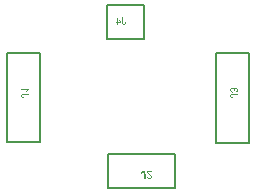
<source format=gbr>
%TF.GenerationSoftware,Altium Limited,Altium Designer,21.8.1 (53)*%
G04 Layer_Color=32896*
%FSLAX26Y26*%
%MOIN*%
%TF.SameCoordinates,2531CBD8-4BF0-4D0B-A877-44D4BE5F07E3*%
%TF.FilePolarity,Positive*%
%TF.FileFunction,Other,Bottom_Assembly*%
%TF.Part,Single*%
G01*
G75*
%TA.AperFunction,NonConductor*%
%ADD25C,0.007874*%
G36*
X86670Y-241600D02*
X74272D01*
X74698Y-242190D01*
X74928Y-242486D01*
X75125Y-242715D01*
X75322Y-242945D01*
X75453Y-243109D01*
X75551Y-243207D01*
X75584Y-243240D01*
X75748Y-243404D01*
X75978Y-243633D01*
X76207Y-243863D01*
X76469Y-244093D01*
X77060Y-244618D01*
X77683Y-245142D01*
X78241Y-245634D01*
X78503Y-245864D01*
X78700Y-246061D01*
X78897Y-246192D01*
X79028Y-246323D01*
X79126Y-246389D01*
X79159Y-246422D01*
X79749Y-246946D01*
X80340Y-247438D01*
X80832Y-247865D01*
X81324Y-248291D01*
X81750Y-248685D01*
X82144Y-249078D01*
X82505Y-249406D01*
X82800Y-249702D01*
X83095Y-249964D01*
X83325Y-250194D01*
X83522Y-250390D01*
X83686Y-250554D01*
X83784Y-250685D01*
X83882Y-250784D01*
X83948Y-250817D01*
Y-250850D01*
X84440Y-251440D01*
X84866Y-252030D01*
X85227Y-252555D01*
X85522Y-253014D01*
X85752Y-253375D01*
X85883Y-253670D01*
X85981Y-253867D01*
X86014Y-253933D01*
X86211Y-254490D01*
X86375Y-255015D01*
X86474Y-255540D01*
X86572Y-255966D01*
X86605Y-256360D01*
X86638Y-256655D01*
Y-256852D01*
Y-256918D01*
X86605Y-257475D01*
X86539Y-258000D01*
X86441Y-258492D01*
X86309Y-258951D01*
X85949Y-259804D01*
X85785Y-260197D01*
X85588Y-260526D01*
X85358Y-260853D01*
X85194Y-261116D01*
X84998Y-261346D01*
X84834Y-261542D01*
X84702Y-261706D01*
X84604Y-261805D01*
X84538Y-261870D01*
X84505Y-261903D01*
X84079Y-262264D01*
X83653Y-262559D01*
X83194Y-262854D01*
X82701Y-263084D01*
X82210Y-263281D01*
X81750Y-263445D01*
X80832Y-263674D01*
X80406Y-263773D01*
X80012Y-263838D01*
X79651Y-263871D01*
X79323Y-263904D01*
X79094Y-263937D01*
X78733D01*
X78077Y-263904D01*
X77454Y-263871D01*
X76863Y-263773D01*
X76338Y-263642D01*
X75814Y-263510D01*
X75354Y-263346D01*
X74928Y-263182D01*
X74534Y-263018D01*
X74174Y-262822D01*
X73878Y-262658D01*
X73616Y-262493D01*
X73386Y-262362D01*
X73222Y-262231D01*
X73091Y-262133D01*
X73025Y-262100D01*
X72993Y-262067D01*
X72599Y-261706D01*
X72271Y-261313D01*
X71976Y-260886D01*
X71713Y-260427D01*
X71484Y-260001D01*
X71287Y-259541D01*
X70992Y-258656D01*
X70861Y-258262D01*
X70762Y-257869D01*
X70697Y-257541D01*
X70631Y-257245D01*
X70598Y-256983D01*
Y-256819D01*
X70566Y-256688D01*
Y-256655D01*
X73747Y-256327D01*
X73813Y-257180D01*
X73944Y-257901D01*
X74174Y-258525D01*
X74436Y-259082D01*
X74665Y-259476D01*
X74895Y-259804D01*
X75026Y-259968D01*
X75092Y-260034D01*
X75617Y-260493D01*
X76207Y-260821D01*
X76830Y-261050D01*
X77388Y-261214D01*
X77880Y-261313D01*
X78109Y-261346D01*
X78306D01*
X78438Y-261378D01*
X78667D01*
X79421Y-261313D01*
X80110Y-261182D01*
X80701Y-260985D01*
X81193Y-260755D01*
X81586Y-260493D01*
X81882Y-260296D01*
X82046Y-260165D01*
X82111Y-260099D01*
X82570Y-259607D01*
X82898Y-259082D01*
X83128Y-258590D01*
X83292Y-258098D01*
X83390Y-257672D01*
X83423Y-257311D01*
X83456Y-257180D01*
Y-257114D01*
Y-257049D01*
Y-257016D01*
Y-256688D01*
X83390Y-256360D01*
X83226Y-255671D01*
X82997Y-255048D01*
X82734Y-254490D01*
X82439Y-253998D01*
X82308Y-253802D01*
X82210Y-253605D01*
X82111Y-253474D01*
X82046Y-253375D01*
X82013Y-253310D01*
X81980Y-253277D01*
X81685Y-252883D01*
X81324Y-252489D01*
X80930Y-252063D01*
X80504Y-251604D01*
X79585Y-250718D01*
X78667Y-249865D01*
X78241Y-249472D01*
X77814Y-249111D01*
X77421Y-248783D01*
X77093Y-248488D01*
X76830Y-248258D01*
X76601Y-248094D01*
X76469Y-247963D01*
X76437Y-247930D01*
X75486Y-247143D01*
X74665Y-246422D01*
X73977Y-245766D01*
X73419Y-245208D01*
X72960Y-244749D01*
X72632Y-244388D01*
X72534Y-244257D01*
X72435Y-244158D01*
X72402Y-244125D01*
X72370Y-244093D01*
X71877Y-243470D01*
X71451Y-242879D01*
X71123Y-242321D01*
X70828Y-241797D01*
X70598Y-241370D01*
X70467Y-241042D01*
X70401Y-240911D01*
X70369Y-240813D01*
X70336Y-240780D01*
Y-240747D01*
X70205Y-240353D01*
X70106Y-239993D01*
X70041Y-239632D01*
X70008Y-239304D01*
X69975Y-239009D01*
Y-238812D01*
Y-238681D01*
Y-238615D01*
X86670D01*
Y-241600D01*
D02*
G37*
G36*
X59938Y-238221D02*
X60693Y-238320D01*
X61349Y-238484D01*
X61906Y-238648D01*
X62398Y-238779D01*
X62726Y-238943D01*
X62858Y-239009D01*
X62956Y-239042D01*
X62989Y-239074D01*
X63022D01*
X63612Y-239468D01*
X64104Y-239894D01*
X64530Y-240321D01*
X64858Y-240747D01*
X65121Y-241141D01*
X65317Y-241436D01*
X65383Y-241567D01*
X65416Y-241666D01*
X65449Y-241698D01*
Y-241731D01*
X65580Y-242059D01*
X65711Y-242453D01*
X65908Y-243240D01*
X66039Y-244060D01*
X66138Y-244847D01*
X66170Y-245208D01*
X66203Y-245569D01*
Y-245864D01*
X66236Y-246126D01*
Y-246356D01*
Y-246520D01*
Y-246618D01*
Y-246651D01*
Y-263838D01*
X62890D01*
Y-246454D01*
Y-245700D01*
X62825Y-245044D01*
X62792Y-244519D01*
X62726Y-244060D01*
X62661Y-243732D01*
X62595Y-243502D01*
X62562Y-243338D01*
X62529Y-243305D01*
X62398Y-242945D01*
X62202Y-242649D01*
X62005Y-242387D01*
X61775Y-242157D01*
X61578Y-241961D01*
X61447Y-241829D01*
X61316Y-241764D01*
X61283Y-241731D01*
X60922Y-241534D01*
X60562Y-241403D01*
X60201Y-241305D01*
X59873Y-241239D01*
X59578Y-241206D01*
X59315Y-241173D01*
X59118D01*
X58528Y-241206D01*
X57970Y-241338D01*
X57511Y-241501D01*
X57150Y-241698D01*
X56822Y-241895D01*
X56626Y-242059D01*
X56462Y-242190D01*
X56429Y-242223D01*
X56265Y-242453D01*
X56101Y-242682D01*
X55871Y-243273D01*
X55674Y-243929D01*
X55543Y-244585D01*
X55477Y-245208D01*
X55445Y-245470D01*
X55412Y-245700D01*
X55379Y-245897D01*
Y-246028D01*
Y-246126D01*
Y-246159D01*
X52361Y-245733D01*
Y-245044D01*
X52394Y-244421D01*
X52493Y-243830D01*
X52591Y-243273D01*
X52722Y-242781D01*
X52853Y-242321D01*
X53017Y-241895D01*
X53149Y-241501D01*
X53313Y-241173D01*
X53477Y-240878D01*
X53641Y-240649D01*
X53772Y-240452D01*
X53870Y-240288D01*
X53969Y-240190D01*
X54002Y-240124D01*
X54034Y-240091D01*
X54395Y-239763D01*
X54756Y-239468D01*
X55150Y-239206D01*
X55576Y-239009D01*
X56002Y-238812D01*
X56429Y-238648D01*
X57249Y-238418D01*
X57609Y-238353D01*
X57970Y-238287D01*
X58298Y-238254D01*
X58561Y-238221D01*
X58790Y-238189D01*
X59118D01*
X59938Y-238221D01*
D02*
G37*
G36*
X-16039Y259778D02*
Y256924D01*
X-26994D01*
Y250889D01*
X-30077D01*
Y256924D01*
X-33489D01*
Y259778D01*
X-30077D01*
Y276112D01*
X-27552D01*
X-16039Y259778D01*
D02*
G37*
G36*
X-9544Y258728D02*
Y257974D01*
X-9479Y257318D01*
X-9446Y256793D01*
X-9380Y256334D01*
X-9315Y256006D01*
X-9249Y255776D01*
X-9216Y255612D01*
X-9184Y255580D01*
X-9053Y255219D01*
X-8856Y254924D01*
X-8659Y254661D01*
X-8429Y254432D01*
X-8232Y254235D01*
X-8101Y254104D01*
X-7970Y254038D01*
X-7937Y254005D01*
X-7577Y253808D01*
X-7216Y253677D01*
X-6855Y253579D01*
X-6527Y253513D01*
X-6232Y253480D01*
X-5969Y253448D01*
X-5772D01*
X-5182Y253480D01*
X-4625Y253612D01*
X-4165Y253776D01*
X-3804Y253972D01*
X-3477Y254169D01*
X-3280Y254333D01*
X-3116Y254464D01*
X-3083Y254497D01*
X-2919Y254727D01*
X-2755Y254956D01*
X-2525Y255547D01*
X-2328Y256203D01*
X-2197Y256859D01*
X-2132Y257482D01*
X-2099Y257744D01*
X-2066Y257974D01*
X-2033Y258171D01*
Y258302D01*
Y258400D01*
Y258433D01*
X984Y258007D01*
Y257318D01*
X952Y256695D01*
X853Y256104D01*
X755Y255547D01*
X624Y255055D01*
X492Y254596D01*
X328Y254169D01*
X197Y253776D01*
X33Y253448D01*
X-131Y253152D01*
X-295Y252923D01*
X-426Y252726D01*
X-524Y252562D01*
X-623Y252464D01*
X-656Y252398D01*
X-688Y252365D01*
X-1049Y252037D01*
X-1410Y251742D01*
X-1804Y251480D01*
X-2230Y251283D01*
X-2656Y251086D01*
X-3083Y250922D01*
X-3903Y250692D01*
X-4264Y250627D01*
X-4625Y250561D01*
X-4952Y250528D01*
X-5215Y250496D01*
X-5444Y250463D01*
X-5772D01*
X-6593Y250496D01*
X-7347Y250594D01*
X-8003Y250758D01*
X-8560Y250922D01*
X-9053Y251053D01*
X-9380Y251217D01*
X-9512Y251283D01*
X-9610Y251316D01*
X-9643Y251348D01*
X-9676D01*
X-10266Y251742D01*
X-10758Y252168D01*
X-11184Y252595D01*
X-11512Y253021D01*
X-11775Y253415D01*
X-11972Y253710D01*
X-12037Y253841D01*
X-12070Y253940D01*
X-12103Y253972D01*
Y254005D01*
X-12234Y254333D01*
X-12365Y254727D01*
X-12562Y255514D01*
X-12693Y256334D01*
X-12792Y257121D01*
X-12825Y257482D01*
X-12857Y257843D01*
Y258138D01*
X-12890Y258400D01*
Y258630D01*
Y258794D01*
Y258892D01*
Y258925D01*
Y276112D01*
X-9544D01*
Y258728D01*
D02*
G37*
G36*
X-322214Y34212D02*
X-322838Y33851D01*
X-323428Y33425D01*
X-324019Y32966D01*
X-324510Y32539D01*
X-324970Y32113D01*
X-325298Y31785D01*
X-325429Y31654D01*
X-325527Y31555D01*
X-325560Y31490D01*
X-325593Y31457D01*
X-326216Y30702D01*
X-326774Y29948D01*
X-327298Y29161D01*
X-327725Y28472D01*
X-328053Y27849D01*
X-328217Y27586D01*
X-328315Y27357D01*
X-328414Y27193D01*
X-328479Y27062D01*
X-328545Y26963D01*
Y26930D01*
X-331562D01*
X-331333Y27488D01*
X-331070Y28046D01*
X-330808Y28603D01*
X-330546Y29095D01*
X-330316Y29522D01*
X-330119Y29882D01*
X-330054Y30014D01*
X-329988Y30112D01*
X-329955Y30145D01*
Y30178D01*
X-329562Y30834D01*
X-329168Y31391D01*
X-328807Y31916D01*
X-328479Y32342D01*
X-328217Y32670D01*
X-327987Y32933D01*
X-327856Y33064D01*
X-327823Y33130D01*
X-347536D01*
Y36213D01*
X-322214D01*
Y34212D01*
D02*
G37*
G36*
X-322313Y17025D02*
X-339697D01*
X-340451D01*
X-341107Y16959D01*
X-341632Y16926D01*
X-342091Y16861D01*
X-342419Y16795D01*
X-342649Y16730D01*
X-342813Y16697D01*
X-342846Y16664D01*
X-343207Y16533D01*
X-343502Y16336D01*
X-343764Y16139D01*
X-343994Y15910D01*
X-344190Y15713D01*
X-344322Y15582D01*
X-344387Y15450D01*
X-344420Y15418D01*
X-344617Y15057D01*
X-344748Y14696D01*
X-344846Y14335D01*
X-344912Y14007D01*
X-344945Y13712D01*
X-344978Y13450D01*
Y13253D01*
X-344945Y12662D01*
X-344814Y12105D01*
X-344650Y11646D01*
X-344453Y11285D01*
X-344256Y10957D01*
X-344092Y10760D01*
X-343961Y10596D01*
X-343928Y10563D01*
X-343699Y10399D01*
X-343469Y10235D01*
X-342878Y10006D01*
X-342223Y9809D01*
X-341567Y9678D01*
X-340943Y9612D01*
X-340681Y9579D01*
X-340451Y9546D01*
X-340255Y9514D01*
X-340123D01*
X-340025D01*
X-339992D01*
X-340418Y6496D01*
X-341107D01*
X-341731Y6529D01*
X-342321Y6627D01*
X-342878Y6726D01*
X-343370Y6857D01*
X-343830Y6988D01*
X-344256Y7152D01*
X-344650Y7283D01*
X-344978Y7447D01*
X-345273Y7611D01*
X-345502Y7775D01*
X-345699Y7906D01*
X-345863Y8005D01*
X-345962Y8103D01*
X-346027Y8136D01*
X-346060Y8169D01*
X-346388Y8530D01*
X-346683Y8890D01*
X-346946Y9284D01*
X-347142Y9710D01*
X-347339Y10137D01*
X-347503Y10563D01*
X-347733Y11383D01*
X-347798Y11744D01*
X-347864Y12105D01*
X-347897Y12433D01*
X-347930Y12695D01*
X-347962Y12925D01*
Y13253D01*
X-347930Y14073D01*
X-347831Y14827D01*
X-347667Y15483D01*
X-347503Y16041D01*
X-347372Y16533D01*
X-347208Y16861D01*
X-347142Y16992D01*
X-347110Y17090D01*
X-347077Y17123D01*
Y17156D01*
X-346683Y17746D01*
X-346257Y18238D01*
X-345830Y18665D01*
X-345404Y18993D01*
X-345010Y19255D01*
X-344715Y19452D01*
X-344584Y19518D01*
X-344486Y19550D01*
X-344453Y19583D01*
X-344420D01*
X-344092Y19714D01*
X-343699Y19846D01*
X-342911Y20042D01*
X-342091Y20174D01*
X-341304Y20272D01*
X-340943Y20305D01*
X-340582Y20338D01*
X-340287D01*
X-340025Y20370D01*
X-339795D01*
X-339631D01*
X-339533D01*
X-339500D01*
X-322313D01*
Y17025D01*
D02*
G37*
G36*
X357646Y40411D02*
X358400Y40280D01*
X359089Y40083D01*
X359679Y39853D01*
X360171Y39624D01*
X360335Y39525D01*
X360499Y39427D01*
X360630Y39361D01*
X360729Y39296D01*
X360762Y39230D01*
X360794D01*
X361352Y38738D01*
X361811Y38148D01*
X362205Y37590D01*
X362500Y37033D01*
X362697Y36541D01*
X362795Y36311D01*
X362861Y36114D01*
X362894Y35983D01*
X362926Y35852D01*
X362959Y35786D01*
Y35753D01*
X363287Y36344D01*
X363615Y36869D01*
X363976Y37328D01*
X364337Y37689D01*
X364632Y37984D01*
X364861Y38181D01*
X365026Y38312D01*
X365091Y38345D01*
X365616Y38640D01*
X366141Y38869D01*
X366633Y39001D01*
X367092Y39132D01*
X367486Y39197D01*
X367813Y39230D01*
X368010D01*
X368043D01*
X368076D01*
X368699Y39197D01*
X369289Y39099D01*
X369847Y38935D01*
X370339Y38771D01*
X370733Y38574D01*
X371061Y38443D01*
X371257Y38312D01*
X371290Y38279D01*
X371323D01*
X371881Y37918D01*
X372340Y37492D01*
X372766Y37033D01*
X373127Y36606D01*
X373389Y36213D01*
X373586Y35917D01*
X373652Y35786D01*
X373717Y35688D01*
X373750Y35655D01*
Y35622D01*
X374046Y34966D01*
X374275Y34310D01*
X374406Y33687D01*
X374538Y33097D01*
X374603Y32605D01*
Y32375D01*
X374636Y32211D01*
Y31850D01*
X374603Y31293D01*
X374570Y30768D01*
X374373Y29784D01*
X374078Y28931D01*
X373914Y28570D01*
X373783Y28209D01*
X373619Y27914D01*
X373455Y27619D01*
X373291Y27389D01*
X373160Y27193D01*
X373062Y27029D01*
X372963Y26930D01*
X372930Y26865D01*
X372897Y26832D01*
X372570Y26471D01*
X372209Y26143D01*
X371421Y25585D01*
X370634Y25159D01*
X369880Y24798D01*
X369519Y24667D01*
X369191Y24569D01*
X368863Y24470D01*
X368634Y24405D01*
X368404Y24339D01*
X368240Y24306D01*
X368142Y24273D01*
X368109D01*
X367551Y27357D01*
X368338Y27521D01*
X369027Y27717D01*
X369618Y27980D01*
X370077Y28242D01*
X370470Y28472D01*
X370733Y28669D01*
X370864Y28800D01*
X370930Y28865D01*
X371323Y29357D01*
X371586Y29849D01*
X371782Y30374D01*
X371946Y30833D01*
X372012Y31260D01*
X372045Y31621D01*
X372077Y31752D01*
Y31916D01*
X372045Y32572D01*
X371913Y33129D01*
X371717Y33654D01*
X371520Y34081D01*
X371290Y34409D01*
X371126Y34671D01*
X370995Y34802D01*
X370930Y34868D01*
X370503Y35261D01*
X370011Y35557D01*
X369552Y35753D01*
X369125Y35917D01*
X368732Y35983D01*
X368437Y36016D01*
X368207Y36049D01*
X368174D01*
X368142D01*
X367748Y36016D01*
X367387Y35983D01*
X366731Y35786D01*
X366173Y35557D01*
X365714Y35261D01*
X365386Y34966D01*
X365124Y34704D01*
X364993Y34507D01*
X364927Y34474D01*
Y34441D01*
X364599Y33851D01*
X364337Y33228D01*
X364173Y32637D01*
X364041Y32080D01*
X363976Y31621D01*
X363943Y31227D01*
X363910Y31096D01*
Y30735D01*
X363943Y30571D01*
X363976Y30473D01*
Y30407D01*
X361253Y30046D01*
X361352Y30505D01*
X361450Y30932D01*
X361516Y31325D01*
X361549Y31653D01*
X361582Y31883D01*
Y32244D01*
X361516Y33031D01*
X361352Y33720D01*
X361155Y34310D01*
X360893Y34835D01*
X360630Y35229D01*
X360433Y35524D01*
X360269Y35721D01*
X360204Y35786D01*
X359942Y36049D01*
X359646Y36245D01*
X359089Y36606D01*
X358498Y36869D01*
X357941Y37033D01*
X357449Y37131D01*
X357219Y37164D01*
X357055D01*
X356891Y37197D01*
X356793D01*
X356727D01*
X356694D01*
X356301D01*
X355907Y37131D01*
X355185Y36967D01*
X354529Y36705D01*
X354005Y36442D01*
X353546Y36180D01*
X353217Y35917D01*
X353119Y35819D01*
X353021Y35753D01*
X352988Y35721D01*
X352955Y35688D01*
X352693Y35393D01*
X352463Y35097D01*
X352070Y34474D01*
X351807Y33851D01*
X351643Y33261D01*
X351512Y32769D01*
X351479Y32539D01*
Y32342D01*
X351446Y32211D01*
Y31981D01*
X351512Y31325D01*
X351643Y30702D01*
X351807Y30177D01*
X352037Y29718D01*
X352233Y29325D01*
X352430Y29062D01*
X352562Y28898D01*
X352594Y28833D01*
X352824Y28603D01*
X353086Y28406D01*
X353709Y28045D01*
X354333Y27717D01*
X354956Y27488D01*
X355546Y27291D01*
X355776Y27225D01*
X356005Y27160D01*
X356170Y27127D01*
X356301Y27094D01*
X356399Y27061D01*
X356432D01*
X356005Y23978D01*
X355415Y24044D01*
X354858Y24175D01*
X354365Y24306D01*
X353873Y24503D01*
X353414Y24700D01*
X352988Y24897D01*
X352594Y25126D01*
X352233Y25323D01*
X351938Y25553D01*
X351643Y25749D01*
X351413Y25946D01*
X351217Y26110D01*
X351053Y26274D01*
X350954Y26373D01*
X350889Y26438D01*
X350856Y26471D01*
X350495Y26897D01*
X350200Y27324D01*
X349938Y27783D01*
X349708Y28275D01*
X349544Y28734D01*
X349380Y29193D01*
X349150Y30046D01*
X349052Y30440D01*
X348986Y30833D01*
X348954Y31161D01*
X348921Y31424D01*
X348888Y31653D01*
Y31981D01*
X348921Y32670D01*
X348986Y33293D01*
X349085Y33917D01*
X349249Y34474D01*
X349413Y35032D01*
X349610Y35524D01*
X349806Y35983D01*
X350036Y36409D01*
X350233Y36770D01*
X350430Y37098D01*
X350626Y37393D01*
X350790Y37623D01*
X350954Y37820D01*
X351053Y37951D01*
X351118Y38017D01*
X351151Y38049D01*
X351577Y38476D01*
X352037Y38837D01*
X352529Y39165D01*
X352988Y39460D01*
X353480Y39689D01*
X353939Y39886D01*
X354398Y40050D01*
X354825Y40181D01*
X355218Y40280D01*
X355579Y40345D01*
X355907Y40411D01*
X356202Y40444D01*
X356432Y40477D01*
X356629D01*
X356727D01*
X356760D01*
X357646Y40411D01*
D02*
G37*
G36*
X374538Y16434D02*
X357154D01*
X356399D01*
X355743Y16369D01*
X355218Y16336D01*
X354759Y16270D01*
X354431Y16205D01*
X354202Y16139D01*
X354038Y16106D01*
X354005Y16073D01*
X353644Y15942D01*
X353349Y15745D01*
X353086Y15549D01*
X352857Y15319D01*
X352660Y15122D01*
X352529Y14991D01*
X352463Y14860D01*
X352430Y14827D01*
X352233Y14466D01*
X352102Y14105D01*
X352004Y13745D01*
X351938Y13417D01*
X351906Y13121D01*
X351873Y12859D01*
Y12662D01*
X351906Y12072D01*
X352037Y11514D01*
X352201Y11055D01*
X352397Y10694D01*
X352594Y10366D01*
X352758Y10169D01*
X352889Y10005D01*
X352922Y9973D01*
X353152Y9809D01*
X353382Y9645D01*
X353972Y9415D01*
X354628Y9218D01*
X355284Y9087D01*
X355907Y9021D01*
X356170Y8989D01*
X356399Y8956D01*
X356596Y8923D01*
X356727D01*
X356825D01*
X356858D01*
X356432Y5905D01*
X355743D01*
X355120Y5938D01*
X354529Y6037D01*
X353972Y6135D01*
X353480Y6266D01*
X353021Y6397D01*
X352594Y6561D01*
X352201Y6693D01*
X351873Y6857D01*
X351577Y7021D01*
X351348Y7185D01*
X351151Y7316D01*
X350987Y7414D01*
X350889Y7513D01*
X350823Y7545D01*
X350790Y7578D01*
X350462Y7939D01*
X350167Y8300D01*
X349905Y8693D01*
X349708Y9120D01*
X349511Y9546D01*
X349347Y9973D01*
X349118Y10793D01*
X349052Y11153D01*
X348986Y11514D01*
X348954Y11842D01*
X348921Y12105D01*
X348888Y12334D01*
Y12662D01*
X348921Y13482D01*
X349019Y14237D01*
X349183Y14893D01*
X349347Y15450D01*
X349478Y15942D01*
X349642Y16270D01*
X349708Y16401D01*
X349741Y16500D01*
X349774Y16533D01*
Y16565D01*
X350167Y17156D01*
X350594Y17648D01*
X351020Y18074D01*
X351446Y18402D01*
X351840Y18665D01*
X352135Y18861D01*
X352266Y18927D01*
X352365Y18960D01*
X352397Y18993D01*
X352430D01*
X352758Y19124D01*
X353152Y19255D01*
X353939Y19452D01*
X354759Y19583D01*
X355546Y19681D01*
X355907Y19714D01*
X356268Y19747D01*
X356563D01*
X356825Y19780D01*
X357055D01*
X357219D01*
X357317D01*
X357350D01*
X374538D01*
Y16434D01*
D02*
G37*
%LPC*%
G36*
X-26994Y271160D02*
Y259778D01*
X-19056D01*
X-26994Y271160D01*
D02*
G37*
%LPD*%
D25*
X-59055Y-294685D02*
Y-181693D01*
X163780D01*
Y-294685D02*
Y-181693D01*
X-59055Y-294685D02*
X163780D01*
X-60433Y314370D02*
X62402D01*
X-60433Y201378D02*
Y314370D01*
Y201378D02*
X62402D01*
Y314370D01*
X-394488Y-141941D02*
X-286614D01*
X-394488D02*
Y154933D01*
X-286614D01*
Y-141941D02*
Y154933D01*
X302362Y-142531D02*
X410236D01*
X302362D02*
Y154343D01*
X410236D01*
Y-142531D02*
Y154343D01*
%TF.MD5,070400114f72a3c786d03d4d06749e89*%
M02*

</source>
